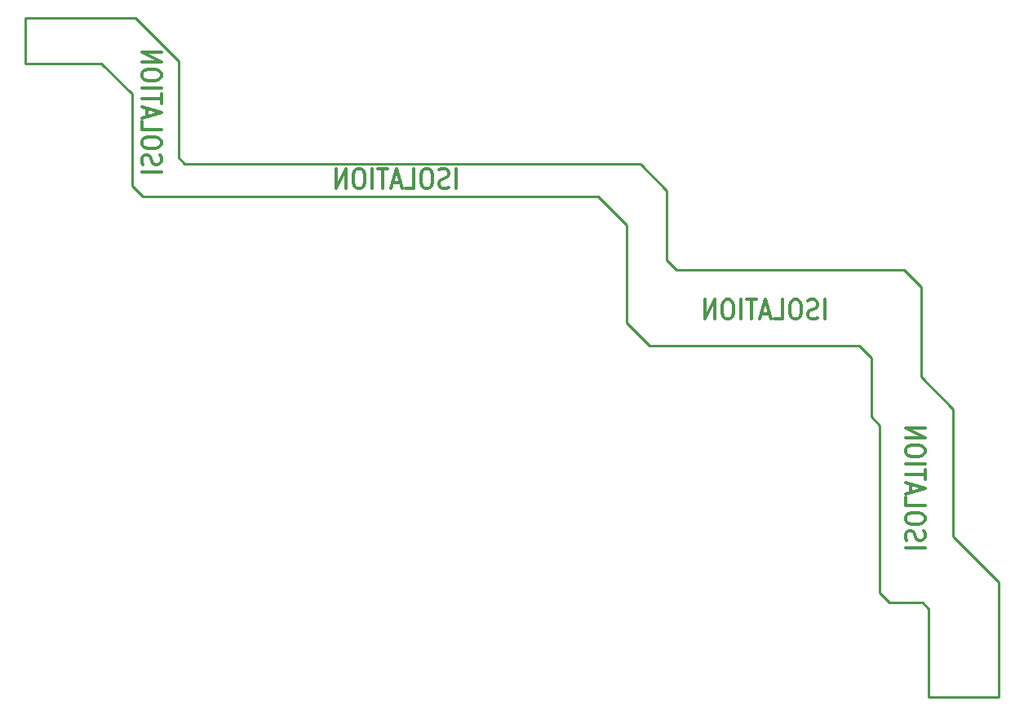
<source format=gbo>
G04 #@! TF.GenerationSoftware,KiCad,Pcbnew,(6.0.0-rc1-dev-1670-gc0cd4c03f)*
G04 #@! TF.CreationDate,2019-02-03T16:26:57-05:00
G04 #@! TF.ProjectId,AC_ISO_Board,41435f49-534f-45f4-926f-6172642e6b69,rev?*
G04 #@! TF.SameCoordinates,Original*
G04 #@! TF.FileFunction,Legend,Bot*
G04 #@! TF.FilePolarity,Positive*
%FSLAX46Y46*%
G04 Gerber Fmt 4.6, Leading zero omitted, Abs format (unit mm)*
G04 Created by KiCad (PCBNEW (6.0.0-rc1-dev-1670-gc0cd4c03f)) date 2019-02-03 16:26:57*
%MOMM*%
%LPD*%
G04 APERTURE LIST*
%ADD10C,0.254000*%
%ADD11C,0.304800*%
G04 APERTURE END LIST*
D10*
X74295000Y-69342000D02*
X74295000Y-74041000D01*
X85725000Y-69342000D02*
X74295000Y-69342000D01*
X86233000Y-69850000D02*
X85725000Y-69342000D01*
X90170000Y-73787000D02*
X86233000Y-69850000D01*
X90170000Y-81153000D02*
X90170000Y-73787000D01*
X90170000Y-83820000D02*
X90170000Y-81153000D01*
X90805000Y-84455000D02*
X90170000Y-83820000D01*
X91313000Y-84455000D02*
X90805000Y-84455000D01*
X124587000Y-84455000D02*
X91313000Y-84455000D01*
X138049000Y-84455000D02*
X124587000Y-84455000D01*
X138176000Y-84582000D02*
X138049000Y-84455000D01*
X140843000Y-87249000D02*
X138176000Y-84582000D01*
X140843000Y-94488000D02*
X140843000Y-87249000D01*
X141859000Y-95504000D02*
X140843000Y-94488000D01*
X165481000Y-95504000D02*
X141859000Y-95504000D01*
X167259000Y-97282000D02*
X165481000Y-95504000D01*
X167259000Y-106553000D02*
X167259000Y-97282000D01*
X170561000Y-109982000D02*
X167259000Y-106553000D01*
X170561000Y-123190000D02*
X170561000Y-109982000D01*
X175260000Y-127889000D02*
X170561000Y-123190000D01*
X175260000Y-139827000D02*
X175260000Y-127889000D01*
X168021000Y-139827000D02*
X175260000Y-139827000D01*
X168021000Y-130683000D02*
X168021000Y-139827000D01*
X167386000Y-130048000D02*
X168021000Y-130683000D01*
X163957000Y-130048000D02*
X167386000Y-130048000D01*
X162941000Y-129032000D02*
X163957000Y-130048000D01*
X162941000Y-111633000D02*
X162941000Y-129032000D01*
X162052000Y-110744000D02*
X162941000Y-111633000D01*
X162052000Y-104648000D02*
X162052000Y-110744000D01*
X160782000Y-103378000D02*
X162052000Y-104648000D01*
X139065000Y-103378000D02*
X160782000Y-103378000D01*
X136652000Y-100965000D02*
X139065000Y-103378000D01*
X136652000Y-90805000D02*
X136652000Y-100965000D01*
X133731000Y-87884000D02*
X136652000Y-90805000D01*
X86487000Y-87884000D02*
X133731000Y-87884000D01*
X85344000Y-86741000D02*
X86487000Y-87884000D01*
X85344000Y-77216000D02*
X85344000Y-86741000D01*
X82169000Y-74041000D02*
X85344000Y-77216000D01*
X74295000Y-74041000D02*
X82169000Y-74041000D01*
D11*
X86329761Y-85344000D02*
X88361761Y-85344000D01*
X86426523Y-84582000D02*
X86329761Y-84328000D01*
X86329761Y-83904666D01*
X86426523Y-83735333D01*
X86523285Y-83650666D01*
X86716809Y-83566000D01*
X86910333Y-83566000D01*
X87103857Y-83650666D01*
X87200619Y-83735333D01*
X87297380Y-83904666D01*
X87394142Y-84243333D01*
X87490904Y-84412666D01*
X87587666Y-84497333D01*
X87781190Y-84582000D01*
X87974714Y-84582000D01*
X88168238Y-84497333D01*
X88265000Y-84412666D01*
X88361761Y-84243333D01*
X88361761Y-83820000D01*
X88265000Y-83566000D01*
X88361761Y-82465333D02*
X88361761Y-82126666D01*
X88265000Y-81957333D01*
X88071476Y-81788000D01*
X87684428Y-81703333D01*
X87007095Y-81703333D01*
X86620047Y-81788000D01*
X86426523Y-81957333D01*
X86329761Y-82126666D01*
X86329761Y-82465333D01*
X86426523Y-82634666D01*
X86620047Y-82804000D01*
X87007095Y-82888666D01*
X87684428Y-82888666D01*
X88071476Y-82804000D01*
X88265000Y-82634666D01*
X88361761Y-82465333D01*
X86329761Y-80094666D02*
X86329761Y-80941333D01*
X88361761Y-80941333D01*
X86910333Y-79586666D02*
X86910333Y-78740000D01*
X86329761Y-79756000D02*
X88361761Y-79163333D01*
X86329761Y-78570666D01*
X88361761Y-78232000D02*
X88361761Y-77216000D01*
X86329761Y-77724000D02*
X88361761Y-77724000D01*
X86329761Y-76623333D02*
X88361761Y-76623333D01*
X88361761Y-75438000D02*
X88361761Y-75099333D01*
X88265000Y-74930000D01*
X88071476Y-74760666D01*
X87684428Y-74676000D01*
X87007095Y-74676000D01*
X86620047Y-74760666D01*
X86426523Y-74930000D01*
X86329761Y-75099333D01*
X86329761Y-75438000D01*
X86426523Y-75607333D01*
X86620047Y-75776666D01*
X87007095Y-75861333D01*
X87684428Y-75861333D01*
X88071476Y-75776666D01*
X88265000Y-75607333D01*
X88361761Y-75438000D01*
X86329761Y-73914000D02*
X88361761Y-73914000D01*
X86329761Y-72898000D01*
X88361761Y-72898000D01*
X165577761Y-124333000D02*
X167609761Y-124333000D01*
X165674523Y-123571000D02*
X165577761Y-123317000D01*
X165577761Y-122893666D01*
X165674523Y-122724333D01*
X165771285Y-122639666D01*
X165964809Y-122555000D01*
X166158333Y-122555000D01*
X166351857Y-122639666D01*
X166448619Y-122724333D01*
X166545380Y-122893666D01*
X166642142Y-123232333D01*
X166738904Y-123401666D01*
X166835666Y-123486333D01*
X167029190Y-123571000D01*
X167222714Y-123571000D01*
X167416238Y-123486333D01*
X167513000Y-123401666D01*
X167609761Y-123232333D01*
X167609761Y-122809000D01*
X167513000Y-122555000D01*
X167609761Y-121454333D02*
X167609761Y-121115666D01*
X167513000Y-120946333D01*
X167319476Y-120777000D01*
X166932428Y-120692333D01*
X166255095Y-120692333D01*
X165868047Y-120777000D01*
X165674523Y-120946333D01*
X165577761Y-121115666D01*
X165577761Y-121454333D01*
X165674523Y-121623666D01*
X165868047Y-121793000D01*
X166255095Y-121877666D01*
X166932428Y-121877666D01*
X167319476Y-121793000D01*
X167513000Y-121623666D01*
X167609761Y-121454333D01*
X165577761Y-119083666D02*
X165577761Y-119930333D01*
X167609761Y-119930333D01*
X166158333Y-118575666D02*
X166158333Y-117729000D01*
X165577761Y-118745000D02*
X167609761Y-118152333D01*
X165577761Y-117559666D01*
X167609761Y-117221000D02*
X167609761Y-116205000D01*
X165577761Y-116713000D02*
X167609761Y-116713000D01*
X165577761Y-115612333D02*
X167609761Y-115612333D01*
X167609761Y-114427000D02*
X167609761Y-114088333D01*
X167513000Y-113919000D01*
X167319476Y-113749666D01*
X166932428Y-113665000D01*
X166255095Y-113665000D01*
X165868047Y-113749666D01*
X165674523Y-113919000D01*
X165577761Y-114088333D01*
X165577761Y-114427000D01*
X165674523Y-114596333D01*
X165868047Y-114765666D01*
X166255095Y-114850333D01*
X166932428Y-114850333D01*
X167319476Y-114765666D01*
X167513000Y-114596333D01*
X167609761Y-114427000D01*
X165577761Y-112903000D02*
X167609761Y-112903000D01*
X165577761Y-111887000D01*
X167609761Y-111887000D01*
X118999000Y-87025238D02*
X118999000Y-84993238D01*
X118237000Y-86928476D02*
X117983000Y-87025238D01*
X117559666Y-87025238D01*
X117390333Y-86928476D01*
X117305666Y-86831714D01*
X117221000Y-86638190D01*
X117221000Y-86444666D01*
X117305666Y-86251142D01*
X117390333Y-86154380D01*
X117559666Y-86057619D01*
X117898333Y-85960857D01*
X118067666Y-85864095D01*
X118152333Y-85767333D01*
X118237000Y-85573809D01*
X118237000Y-85380285D01*
X118152333Y-85186761D01*
X118067666Y-85090000D01*
X117898333Y-84993238D01*
X117475000Y-84993238D01*
X117221000Y-85090000D01*
X116120333Y-84993238D02*
X115781666Y-84993238D01*
X115612333Y-85090000D01*
X115443000Y-85283523D01*
X115358333Y-85670571D01*
X115358333Y-86347904D01*
X115443000Y-86734952D01*
X115612333Y-86928476D01*
X115781666Y-87025238D01*
X116120333Y-87025238D01*
X116289666Y-86928476D01*
X116459000Y-86734952D01*
X116543666Y-86347904D01*
X116543666Y-85670571D01*
X116459000Y-85283523D01*
X116289666Y-85090000D01*
X116120333Y-84993238D01*
X113749666Y-87025238D02*
X114596333Y-87025238D01*
X114596333Y-84993238D01*
X113241666Y-86444666D02*
X112395000Y-86444666D01*
X113411000Y-87025238D02*
X112818333Y-84993238D01*
X112225666Y-87025238D01*
X111887000Y-84993238D02*
X110871000Y-84993238D01*
X111379000Y-87025238D02*
X111379000Y-84993238D01*
X110278333Y-87025238D02*
X110278333Y-84993238D01*
X109093000Y-84993238D02*
X108754333Y-84993238D01*
X108585000Y-85090000D01*
X108415666Y-85283523D01*
X108331000Y-85670571D01*
X108331000Y-86347904D01*
X108415666Y-86734952D01*
X108585000Y-86928476D01*
X108754333Y-87025238D01*
X109093000Y-87025238D01*
X109262333Y-86928476D01*
X109431666Y-86734952D01*
X109516333Y-86347904D01*
X109516333Y-85670571D01*
X109431666Y-85283523D01*
X109262333Y-85090000D01*
X109093000Y-84993238D01*
X107569000Y-87025238D02*
X107569000Y-84993238D01*
X106553000Y-87025238D01*
X106553000Y-84993238D01*
X157226000Y-100614238D02*
X157226000Y-98582238D01*
X156464000Y-100517476D02*
X156210000Y-100614238D01*
X155786666Y-100614238D01*
X155617333Y-100517476D01*
X155532666Y-100420714D01*
X155448000Y-100227190D01*
X155448000Y-100033666D01*
X155532666Y-99840142D01*
X155617333Y-99743380D01*
X155786666Y-99646619D01*
X156125333Y-99549857D01*
X156294666Y-99453095D01*
X156379333Y-99356333D01*
X156464000Y-99162809D01*
X156464000Y-98969285D01*
X156379333Y-98775761D01*
X156294666Y-98679000D01*
X156125333Y-98582238D01*
X155702000Y-98582238D01*
X155448000Y-98679000D01*
X154347333Y-98582238D02*
X154008666Y-98582238D01*
X153839333Y-98679000D01*
X153670000Y-98872523D01*
X153585333Y-99259571D01*
X153585333Y-99936904D01*
X153670000Y-100323952D01*
X153839333Y-100517476D01*
X154008666Y-100614238D01*
X154347333Y-100614238D01*
X154516666Y-100517476D01*
X154686000Y-100323952D01*
X154770666Y-99936904D01*
X154770666Y-99259571D01*
X154686000Y-98872523D01*
X154516666Y-98679000D01*
X154347333Y-98582238D01*
X151976666Y-100614238D02*
X152823333Y-100614238D01*
X152823333Y-98582238D01*
X151468666Y-100033666D02*
X150622000Y-100033666D01*
X151638000Y-100614238D02*
X151045333Y-98582238D01*
X150452666Y-100614238D01*
X150114000Y-98582238D02*
X149098000Y-98582238D01*
X149606000Y-100614238D02*
X149606000Y-98582238D01*
X148505333Y-100614238D02*
X148505333Y-98582238D01*
X147320000Y-98582238D02*
X146981333Y-98582238D01*
X146812000Y-98679000D01*
X146642666Y-98872523D01*
X146558000Y-99259571D01*
X146558000Y-99936904D01*
X146642666Y-100323952D01*
X146812000Y-100517476D01*
X146981333Y-100614238D01*
X147320000Y-100614238D01*
X147489333Y-100517476D01*
X147658666Y-100323952D01*
X147743333Y-99936904D01*
X147743333Y-99259571D01*
X147658666Y-98872523D01*
X147489333Y-98679000D01*
X147320000Y-98582238D01*
X145796000Y-100614238D02*
X145796000Y-98582238D01*
X144780000Y-100614238D01*
X144780000Y-98582238D01*
M02*

</source>
